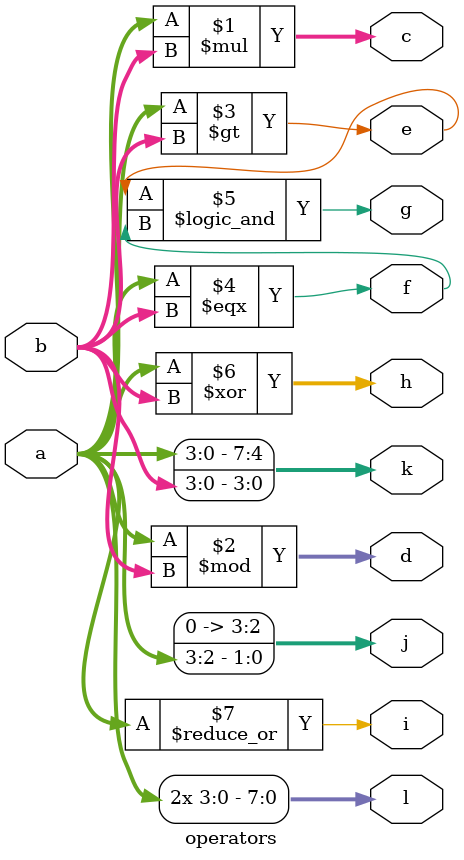
<source format=v>
`timescale 1ns / 1ps


module operators(a,b,c,d,e,f,g,h,i,j,k,l);
input [3:0]a,b;
output e,f,g,i;
output [3:0]c,d,h,j;
output [7:0]k,l;
//arithmetic operators
assign c=a*b;
assign d=a%b;
//relational operator
assign e = a>b;
//equality
assign f=a===b;
//logical operator
assign g=e&&f;
//bit-wise operator
assign h=a^b;
//reduction operator
assign i=|a;
//shift operator
assign j=a>>2;
//concatenation operator
assign k={a,b};
//replication operator
assign l={2{a}};
//Conditional operator
endmodule

</source>
